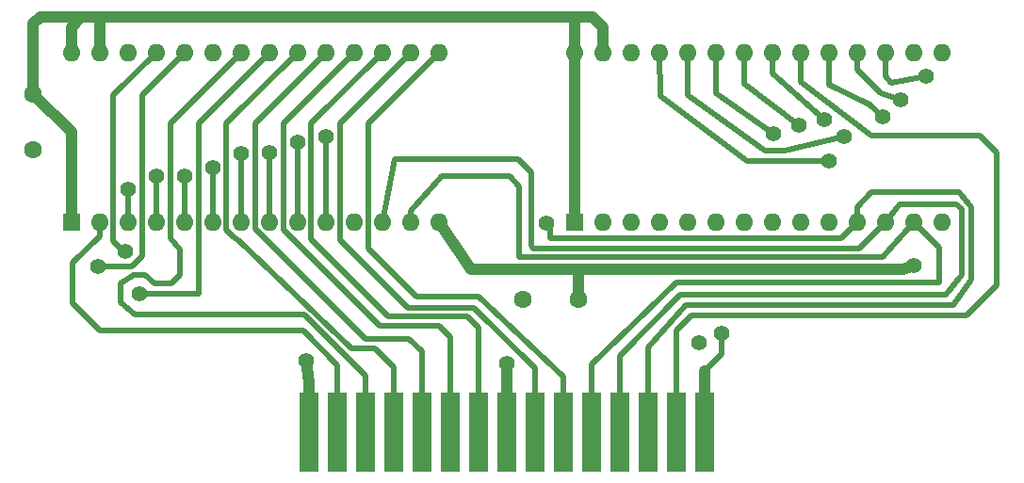
<source format=gbr>
%TF.GenerationSoftware,KiCad,Pcbnew,(5.1.8)-1*%
%TF.CreationDate,2021-01-24T18:09:35+01:00*%
%TF.ProjectId,Alphatronic_PC8_ROM-Modul,416c7068-6174-4726-9f6e-69635f504338,2*%
%TF.SameCoordinates,Original*%
%TF.FileFunction,Copper,L1,Top*%
%TF.FilePolarity,Positive*%
%FSLAX46Y46*%
G04 Gerber Fmt 4.6, Leading zero omitted, Abs format (unit mm)*
G04 Created by KiCad (PCBNEW (5.1.8)-1) date 2021-01-24 18:09:35*
%MOMM*%
%LPD*%
G01*
G04 APERTURE LIST*
%TA.AperFunction,ComponentPad*%
%ADD10C,1.600000*%
%TD*%
%TA.AperFunction,ConnectorPad*%
%ADD11R,1.778000X7.112000*%
%TD*%
%TA.AperFunction,ComponentPad*%
%ADD12O,1.600000X1.600000*%
%TD*%
%TA.AperFunction,ComponentPad*%
%ADD13R,1.600000X1.600000*%
%TD*%
%TA.AperFunction,ViaPad*%
%ADD14C,1.400000*%
%TD*%
%TA.AperFunction,Conductor*%
%ADD15C,1.000000*%
%TD*%
%TA.AperFunction,Conductor*%
%ADD16C,0.500000*%
%TD*%
G04 APERTURE END LIST*
D10*
%TO.P,C1,2*%
%TO.N,VCC*%
X105410000Y-89361000D03*
%TO.P,C1,1*%
%TO.N,GND*%
X105410000Y-94361000D03*
%TD*%
%TO.P,C2,1*%
%TO.N,GND*%
X154432000Y-107823000D03*
%TO.P,C2,2*%
%TO.N,VCC*%
X149432000Y-107823000D03*
%TD*%
D11*
%TO.P,J1,17*%
%TO.N,/CS1#*%
X163195000Y-119761000D03*
%TO.P,J1,18*%
%TO.N,/D0*%
X160655000Y-119761000D03*
%TO.P,J1,19*%
%TO.N,/D1*%
X158115000Y-119761000D03*
%TO.P,J1,20*%
%TO.N,/D2*%
X155575000Y-119761000D03*
%TO.P,J1,21*%
%TO.N,/D3*%
X153035000Y-119761000D03*
%TO.P,J1,22*%
%TO.N,/D4*%
X150495000Y-119761000D03*
%TO.P,J1,23*%
%TO.N,VCC*%
X147955000Y-119761000D03*
%TO.P,J1,24*%
%TO.N,/D5*%
X145415000Y-119761000D03*
%TO.P,J1,27*%
%TO.N,/CS2#*%
X137795000Y-119761000D03*
%TO.P,J1,28*%
%TO.N,/OE#*%
X135255000Y-119761000D03*
%TO.P,J1,29*%
%TO.N,/A12*%
X132715000Y-119761000D03*
%TO.P,J1,30*%
%TO.N,GND*%
X130175000Y-119761000D03*
%TO.P,J1,16*%
X165735000Y-119761000D03*
%TO.P,J1,25*%
%TO.N,/D6*%
X142875000Y-119761000D03*
%TO.P,J1,26*%
%TO.N,/D7*%
X140335000Y-119761000D03*
%TD*%
D12*
%TO.P,U1,28*%
%TO.N,VCC*%
X154076400Y-85648800D03*
%TO.P,U1,14*%
%TO.N,GND*%
X187096400Y-100888800D03*
%TO.P,U1,27*%
%TO.N,VCC*%
X156616400Y-85648800D03*
%TO.P,U1,13*%
%TO.N,/D2*%
X184556400Y-100888800D03*
%TO.P,U1,26*%
%TO.N,Net-(U1-Pad26)*%
X159156400Y-85648800D03*
%TO.P,U1,12*%
%TO.N,/D1*%
X182016400Y-100888800D03*
%TO.P,U1,25*%
%TO.N,/A8*%
X161696400Y-85648800D03*
%TO.P,U1,11*%
%TO.N,/D0*%
X179476400Y-100888800D03*
%TO.P,U1,24*%
%TO.N,/A9*%
X164236400Y-85648800D03*
%TO.P,U1,10*%
%TO.N,/A0*%
X176936400Y-100888800D03*
%TO.P,U1,23*%
%TO.N,/A11*%
X166776400Y-85648800D03*
%TO.P,U1,9*%
%TO.N,/A1*%
X174396400Y-100888800D03*
%TO.P,U1,22*%
%TO.N,/OE#*%
X169316400Y-85648800D03*
%TO.P,U1,8*%
%TO.N,/A2*%
X171856400Y-100888800D03*
%TO.P,U1,21*%
%TO.N,/A10*%
X171856400Y-85648800D03*
%TO.P,U1,7*%
%TO.N,/A3*%
X169316400Y-100888800D03*
%TO.P,U1,20*%
%TO.N,/CS1#*%
X174396400Y-85648800D03*
%TO.P,U1,6*%
%TO.N,/A4*%
X166776400Y-100888800D03*
%TO.P,U1,19*%
%TO.N,/D7*%
X176936400Y-85648800D03*
%TO.P,U1,5*%
%TO.N,/A5*%
X164236400Y-100888800D03*
%TO.P,U1,18*%
%TO.N,/D6*%
X179476400Y-85648800D03*
%TO.P,U1,4*%
%TO.N,/A6*%
X161696400Y-100888800D03*
%TO.P,U1,17*%
%TO.N,/D5*%
X182016400Y-85648800D03*
%TO.P,U1,3*%
%TO.N,/A7*%
X159156400Y-100888800D03*
%TO.P,U1,16*%
%TO.N,/D4*%
X184556400Y-85648800D03*
%TO.P,U1,2*%
%TO.N,/A12*%
X156616400Y-100888800D03*
%TO.P,U1,15*%
%TO.N,/D3*%
X187096400Y-85648800D03*
D13*
%TO.P,U1,1*%
%TO.N,VCC*%
X154076400Y-100888800D03*
%TD*%
%TO.P,U2,1*%
%TO.N,VCC*%
X108813600Y-100888800D03*
D12*
%TO.P,U2,15*%
%TO.N,/D3*%
X141833600Y-85648800D03*
%TO.P,U2,2*%
%TO.N,/A12*%
X111353600Y-100888800D03*
%TO.P,U2,16*%
%TO.N,/D4*%
X139293600Y-85648800D03*
%TO.P,U2,3*%
%TO.N,/A7*%
X113893600Y-100888800D03*
%TO.P,U2,17*%
%TO.N,/D5*%
X136753600Y-85648800D03*
%TO.P,U2,4*%
%TO.N,/A6*%
X116433600Y-100888800D03*
%TO.P,U2,18*%
%TO.N,/D6*%
X134213600Y-85648800D03*
%TO.P,U2,5*%
%TO.N,/A5*%
X118973600Y-100888800D03*
%TO.P,U2,19*%
%TO.N,/D7*%
X131673600Y-85648800D03*
%TO.P,U2,6*%
%TO.N,/A4*%
X121513600Y-100888800D03*
%TO.P,U2,20*%
%TO.N,/CS2#*%
X129133600Y-85648800D03*
%TO.P,U2,7*%
%TO.N,/A3*%
X124053600Y-100888800D03*
%TO.P,U2,21*%
%TO.N,/A10*%
X126593600Y-85648800D03*
%TO.P,U2,8*%
%TO.N,/A2*%
X126593600Y-100888800D03*
%TO.P,U2,22*%
%TO.N,/OE#*%
X124053600Y-85648800D03*
%TO.P,U2,9*%
%TO.N,/A1*%
X129133600Y-100888800D03*
%TO.P,U2,23*%
%TO.N,/A11*%
X121513600Y-85648800D03*
%TO.P,U2,10*%
%TO.N,/A0*%
X131673600Y-100888800D03*
%TO.P,U2,24*%
%TO.N,/A9*%
X118973600Y-85648800D03*
%TO.P,U2,11*%
%TO.N,/D0*%
X134213600Y-100888800D03*
%TO.P,U2,25*%
%TO.N,/A8*%
X116433600Y-85648800D03*
%TO.P,U2,12*%
%TO.N,/D1*%
X136753600Y-100888800D03*
%TO.P,U2,26*%
%TO.N,Net-(U2-Pad26)*%
X113893600Y-85648800D03*
%TO.P,U2,13*%
%TO.N,/D2*%
X139293600Y-100888800D03*
%TO.P,U2,27*%
%TO.N,VCC*%
X111353600Y-85648800D03*
%TO.P,U2,14*%
%TO.N,GND*%
X141833600Y-100888800D03*
%TO.P,U2,28*%
%TO.N,VCC*%
X108813600Y-85648800D03*
%TD*%
D14*
%TO.N,VCC*%
X147980400Y-113639600D03*
%TO.N,GND*%
X184531000Y-104775000D03*
X167259000Y-110871000D03*
X129921000Y-113385600D03*
%TO.N,Net-(J1-Pad1)*%
X165252400Y-111760000D03*
%TO.N,/A0*%
X131699000Y-93218000D03*
%TO.N,/A1*%
X129159000Y-93726000D03*
%TO.N,/A8*%
X176911000Y-95377000D03*
X113665000Y-103505000D03*
%TO.N,/A9*%
X178308000Y-93218000D03*
X111252000Y-104902000D03*
%TO.N,/A10*%
X176530000Y-91694000D03*
X114935000Y-107315000D03*
%TO.N,/A11*%
X171958000Y-92964000D03*
%TO.N,/D0*%
X151511000Y-100965000D03*
%TO.N,/D5*%
X185674000Y-87757000D03*
%TO.N,/OE#*%
X174244000Y-92202000D03*
%TO.N,/A7*%
X113919000Y-97917000D03*
%TO.N,/D6*%
X183388000Y-89916000D03*
%TO.N,/D7*%
X181737000Y-91440000D03*
%TO.N,/A2*%
X126619000Y-94615000D03*
%TO.N,/A3*%
X124079000Y-94742000D03*
%TO.N,/A4*%
X121539000Y-96012000D03*
%TO.N,/A5*%
X118999000Y-96774000D03*
%TO.N,/A6*%
X116459000Y-96774000D03*
%TD*%
D15*
%TO.N,VCC*%
X156616400Y-85648800D02*
X156616400Y-83337400D01*
X156616400Y-83337400D02*
X155702000Y-82423000D01*
X108813600Y-83337400D02*
X108813600Y-85648800D01*
X109728000Y-82423000D02*
X108813600Y-83337400D01*
X111353600Y-82702400D02*
X111633000Y-82423000D01*
X111353600Y-85648800D02*
X111353600Y-82702400D01*
X111633000Y-82423000D02*
X109728000Y-82423000D01*
X154076400Y-82524600D02*
X154178000Y-82423000D01*
X154178000Y-82423000D02*
X111633000Y-82423000D01*
X154076400Y-85648800D02*
X154076400Y-82524600D01*
X155702000Y-82423000D02*
X154178000Y-82423000D01*
X105410000Y-89361000D02*
X105410000Y-83058000D01*
X106045000Y-82423000D02*
X105410000Y-83058000D01*
X109728000Y-82423000D02*
X106045000Y-82423000D01*
X108813600Y-92764600D02*
X105410000Y-89361000D01*
X108813600Y-100888800D02*
X108813600Y-92764600D01*
X154076400Y-100888800D02*
X154076400Y-85648800D01*
X147980400Y-119735600D02*
X147955000Y-119761000D01*
X147980400Y-113639600D02*
X147980400Y-119735600D01*
%TO.N,GND*%
X144780000Y-105156000D02*
X141833600Y-100888800D01*
X184531000Y-104775000D02*
X183580990Y-105156000D01*
X183580990Y-105156000D02*
X155702000Y-105156000D01*
X165735000Y-114265000D02*
X165735000Y-120015000D01*
X154432000Y-105410000D02*
X154178000Y-105156000D01*
X154432000Y-107823000D02*
X154432000Y-105410000D01*
X154178000Y-105156000D02*
X144780000Y-105156000D01*
X155702000Y-105156000D02*
X154178000Y-105156000D01*
D16*
X167259000Y-112741000D02*
X167259000Y-110871000D01*
X165735000Y-114265000D02*
X167259000Y-112741000D01*
D15*
X130175000Y-115316000D02*
X130175000Y-120015000D01*
X129921000Y-113385600D02*
X130175000Y-115316000D01*
D16*
%TO.N,/A0*%
X131673600Y-93243400D02*
X131699000Y-93218000D01*
X131673600Y-100888800D02*
X131673600Y-93243400D01*
%TO.N,/A1*%
X129159000Y-99732030D02*
X129159000Y-93726000D01*
X129133600Y-99757430D02*
X129159000Y-99732030D01*
X129133600Y-100888800D02*
X129133600Y-99757430D01*
%TO.N,/A8*%
X161798000Y-89535000D02*
X161696400Y-85648800D01*
X169545000Y-95377000D02*
X161798000Y-89535000D01*
X176911000Y-95377000D02*
X169545000Y-95377000D01*
X112603601Y-89478799D02*
X112603601Y-102570601D01*
X116433600Y-85648800D02*
X112603601Y-89478799D01*
X112603601Y-102570601D02*
X113538000Y-103505000D01*
%TO.N,/A9*%
X164236400Y-89433400D02*
X164236400Y-85648800D01*
X171196000Y-94488000D02*
X164236400Y-89433400D01*
X172974000Y-94488000D02*
X171196000Y-94488000D01*
X178308000Y-93218000D02*
X172974000Y-94488000D01*
X115183599Y-89438801D02*
X118973600Y-85648800D01*
X115183599Y-103984403D02*
X115183599Y-89438801D01*
X114313001Y-104855001D02*
X115183599Y-103984403D01*
X111298999Y-104855001D02*
X114313001Y-104855001D01*
%TO.N,/A10*%
X171856400Y-87528400D02*
X171856400Y-85648800D01*
X176530000Y-91694000D02*
X171856400Y-87528400D01*
X120269000Y-107315000D02*
X114935000Y-107315000D01*
X120263599Y-103476403D02*
X120269000Y-107315000D01*
X120263599Y-91978801D02*
X120263599Y-103476403D01*
X126593600Y-85648800D02*
X120263599Y-91978801D01*
%TO.N,/A11*%
X166776400Y-89306400D02*
X166776400Y-85648800D01*
X171958000Y-92964000D02*
X166776400Y-89306400D01*
%TO.N,/CS1#*%
X163195000Y-110642400D02*
X163195000Y-120015000D01*
X164541200Y-109296200D02*
X163195000Y-110642400D01*
X189280800Y-109296200D02*
X164541200Y-109296200D01*
X191998600Y-106578400D02*
X189280800Y-109296200D01*
X191998600Y-94640400D02*
X191998600Y-106578400D01*
X190449200Y-93091000D02*
X191998600Y-94640400D01*
X180721000Y-93091000D02*
X190449200Y-93091000D01*
X174396400Y-88290400D02*
X180721000Y-93091000D01*
X174396400Y-85648800D02*
X174396400Y-88290400D01*
%TO.N,/D0*%
X160655000Y-115062000D02*
X160655000Y-120015000D01*
X160655000Y-112192438D02*
X160655000Y-115062000D01*
X164084000Y-108331000D02*
X160655000Y-112192438D01*
X188087000Y-108331000D02*
X164084000Y-108331000D01*
X189738000Y-106045000D02*
X188087000Y-108331000D01*
X189738000Y-99568000D02*
X189738000Y-106045000D01*
X188595000Y-98171000D02*
X189738000Y-99568000D01*
X180721000Y-98171000D02*
X188595000Y-98171000D01*
X179476400Y-99542600D02*
X180721000Y-98171000D01*
X179476400Y-100888800D02*
X179476400Y-99542600D01*
X178028600Y-102336600D02*
X179476400Y-100888800D01*
X151892000Y-102362000D02*
X178028600Y-102336600D01*
X151892000Y-101346000D02*
X151511000Y-100965000D01*
X151892000Y-102362000D02*
X151892000Y-101346000D01*
%TO.N,/D1*%
X183261000Y-99314000D02*
X182016400Y-100888800D01*
X188341000Y-99314000D02*
X183261000Y-99314000D01*
X188849000Y-99695000D02*
X188341000Y-99314000D01*
X188849000Y-105664000D02*
X188849000Y-99695000D01*
X187452000Y-107442000D02*
X188849000Y-105664000D01*
X163571158Y-107437158D02*
X187452000Y-107442000D01*
X158115000Y-112893317D02*
X163571158Y-107437158D01*
X158115000Y-120015000D02*
X158115000Y-112893317D01*
X137922000Y-95250000D02*
X136753600Y-100888800D01*
X148971000Y-95250000D02*
X137922000Y-95250000D01*
X150160999Y-96439999D02*
X148971000Y-95250000D01*
X150160999Y-103043999D02*
X150160999Y-96439999D01*
X150368000Y-103251000D02*
X150160999Y-103043999D01*
X179654200Y-103251000D02*
X150368000Y-103251000D01*
X182016400Y-100888800D02*
X179654200Y-103251000D01*
%TO.N,/D2*%
X186817000Y-103149400D02*
X184556400Y-100888800D01*
X186817000Y-106299000D02*
X186817000Y-103149400D01*
X163195000Y-106299000D02*
X186817000Y-106299000D01*
X155575000Y-113665000D02*
X163195000Y-106299000D01*
X155575000Y-120015000D02*
X155575000Y-113665000D01*
X139293600Y-99847400D02*
X139293600Y-100888800D01*
X142113000Y-96774000D02*
X139293600Y-99847400D01*
X148209000Y-96774000D02*
X142113000Y-96774000D01*
X149098000Y-97663000D02*
X148209000Y-96774000D01*
X181737000Y-104013000D02*
X149098000Y-104013000D01*
X149098000Y-104013000D02*
X149098000Y-97663000D01*
X184556400Y-100888800D02*
X181737000Y-104013000D01*
%TO.N,/D3*%
X153035000Y-114808000D02*
X153035000Y-120015000D01*
X145415000Y-107569000D02*
X153035000Y-114808000D01*
X139827000Y-107569000D02*
X145415000Y-107569000D01*
X135503599Y-103245599D02*
X139827000Y-107569000D01*
X135503599Y-91978801D02*
X135503599Y-103245599D01*
X141833600Y-85648800D02*
X135503599Y-91978801D01*
%TO.N,/D4*%
X145034000Y-108585000D02*
X150495000Y-114046000D01*
X139065000Y-108585000D02*
X145034000Y-108585000D01*
X132963599Y-102483599D02*
X139065000Y-108585000D01*
X132963599Y-91978801D02*
X132963599Y-102483599D01*
X150495000Y-114046000D02*
X150495000Y-120015000D01*
X139293600Y-85648800D02*
X132963599Y-91978801D01*
%TO.N,/D5*%
X145415000Y-110363000D02*
X145415000Y-120015000D01*
X144399000Y-109347000D02*
X145415000Y-110363000D01*
X137287000Y-109347000D02*
X144399000Y-109347000D01*
X130383601Y-102443601D02*
X137287000Y-109347000D01*
X130383601Y-92018799D02*
X130383601Y-102443601D01*
X136753600Y-85648800D02*
X130383601Y-92018799D01*
X181991000Y-87809295D02*
X182016400Y-85648800D01*
X182499000Y-88392000D02*
X181991000Y-87809295D01*
X185674000Y-87757000D02*
X182499000Y-88392000D01*
%TO.N,/CS2#*%
X137795000Y-116612037D02*
X137795000Y-120015000D01*
X122763601Y-92018799D02*
X129133600Y-85648800D01*
X122763601Y-101580638D02*
X122763601Y-92018799D01*
X123321764Y-102138801D02*
X122763601Y-101580638D01*
X123952000Y-102616000D02*
X123321764Y-102138801D01*
X133985000Y-112268000D02*
X123952000Y-102616000D01*
X136144000Y-112268000D02*
X133985000Y-112268000D01*
X137795000Y-113919000D02*
X136144000Y-112268000D01*
X137795000Y-120015000D02*
X137795000Y-113919000D01*
%TO.N,/OE#*%
X169316400Y-88417400D02*
X169316400Y-85648800D01*
X174244000Y-92202000D02*
X169316400Y-88417400D01*
X135255000Y-114808000D02*
X135255000Y-120015000D01*
X135255000Y-114668005D02*
X135255000Y-114808000D01*
X124053600Y-85648800D02*
X117723599Y-91978801D01*
X113284000Y-108077000D02*
X114554000Y-109220000D01*
X117723599Y-91978801D02*
X117723599Y-102356599D01*
X117723599Y-102356599D02*
X118618000Y-103378000D01*
X118618000Y-103378000D02*
X118618000Y-105664000D01*
X118618000Y-105664000D02*
X117856000Y-106426000D01*
X117856000Y-106426000D02*
X116332000Y-106426000D01*
X116332000Y-106426000D02*
X115443000Y-105664000D01*
X115443000Y-105664000D02*
X114427000Y-105664000D01*
X114427000Y-105664000D02*
X113284000Y-106426000D01*
X113284000Y-106426000D02*
X113284000Y-108077000D01*
X114554000Y-109220000D02*
X129806995Y-109220000D01*
X129806995Y-109220000D02*
X135255000Y-114668005D01*
%TO.N,/A12*%
X132715000Y-113741200D02*
X132715000Y-120015000D01*
X129692400Y-110617000D02*
X132715000Y-113741200D01*
X111379000Y-110617000D02*
X129692400Y-110617000D01*
X108966000Y-108204000D02*
X111379000Y-110617000D01*
X108966000Y-104521000D02*
X108966000Y-108204000D01*
X111353600Y-102133400D02*
X108966000Y-104521000D01*
X111353600Y-100888800D02*
X111353600Y-102133400D01*
%TO.N,/A7*%
X113893600Y-98450400D02*
X113893600Y-100888800D01*
X113919000Y-97917000D02*
X113893600Y-98450400D01*
%TO.N,/D6*%
X179476400Y-87147400D02*
X179476400Y-85648800D01*
X181610000Y-89281000D02*
X179476400Y-87147400D01*
X183388000Y-89916000D02*
X181610000Y-89281000D01*
X127883599Y-91978801D02*
X127883599Y-101594599D01*
X134213600Y-85648800D02*
X127883599Y-91978801D01*
X127883599Y-101594599D02*
X136525000Y-110236000D01*
X136525000Y-110236000D02*
X141859000Y-110236000D01*
X141859000Y-110236000D02*
X142875000Y-111252000D01*
X142875000Y-111252000D02*
X142875000Y-120015000D01*
%TO.N,/D7*%
X176936400Y-88544400D02*
X176936400Y-85648800D01*
X180594000Y-90297000D02*
X176936400Y-88544400D01*
X181737000Y-91440000D02*
X180594000Y-90297000D01*
X125343599Y-101488801D02*
X135233798Y-111379000D01*
X125343599Y-91978801D02*
X125343599Y-101488801D01*
X131673600Y-85648800D02*
X125343599Y-91978801D01*
X135233798Y-111379000D02*
X139192000Y-111379000D01*
X140335000Y-112522000D02*
X140335000Y-120015000D01*
X139192000Y-111379000D02*
X140335000Y-112522000D01*
%TO.N,/A2*%
X126593600Y-94640400D02*
X126619000Y-94615000D01*
X126593600Y-100888800D02*
X126593600Y-94640400D01*
%TO.N,/A3*%
X124079000Y-99732030D02*
X124079000Y-94742000D01*
X124053600Y-99757430D02*
X124079000Y-99732030D01*
X124053600Y-100888800D02*
X124053600Y-99757430D01*
%TO.N,/A4*%
X121513600Y-96037400D02*
X121539000Y-96012000D01*
X121513600Y-100888800D02*
X121513600Y-96037400D01*
%TO.N,/A5*%
X118973600Y-96799400D02*
X118999000Y-96774000D01*
X118973600Y-100888800D02*
X118973600Y-96799400D01*
%TO.N,/A6*%
X116433600Y-96799400D02*
X116459000Y-96774000D01*
X116433600Y-100888800D02*
X116433600Y-96799400D01*
%TD*%
M02*

</source>
